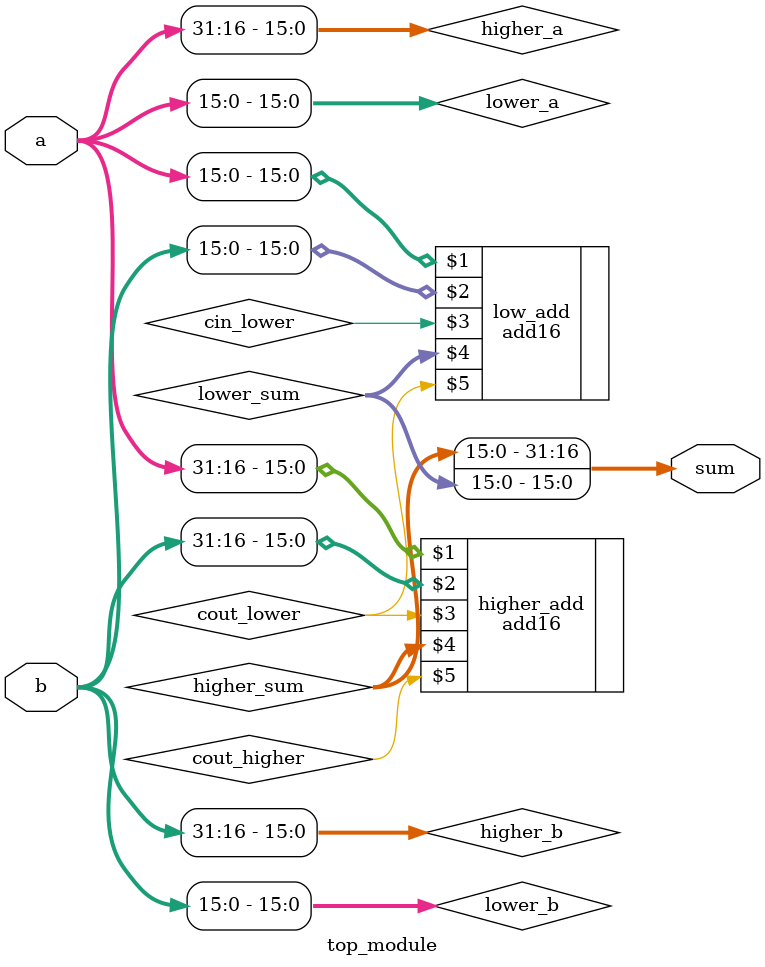
<source format=sv>
module top_module(input [31:0] a, input [31:0] b, output [31:0] sum);
    wire [15:0] lower_a = a[15:0];
    wire [15:0] lower_b = b[15:0];
    wire [15:0] lower_sum;
    wire cin_lower;
    wire cout_lower;
    add16 low_add( lower_a, lower_b, cin_lower, lower_sum, cout_lower);
    //
    wire [15:0] higher_a = a[31:16];
    wire [15:0] higher_b = b[31:16];
    wire [15:0] higher_sum;
    wire cout_higher;
    add16 higher_add( higher_a, higher_b, cout_lower, higher_sum, cout_higher);
    assign sum = {higher_sum, lower_sum};
endmodule

</source>
